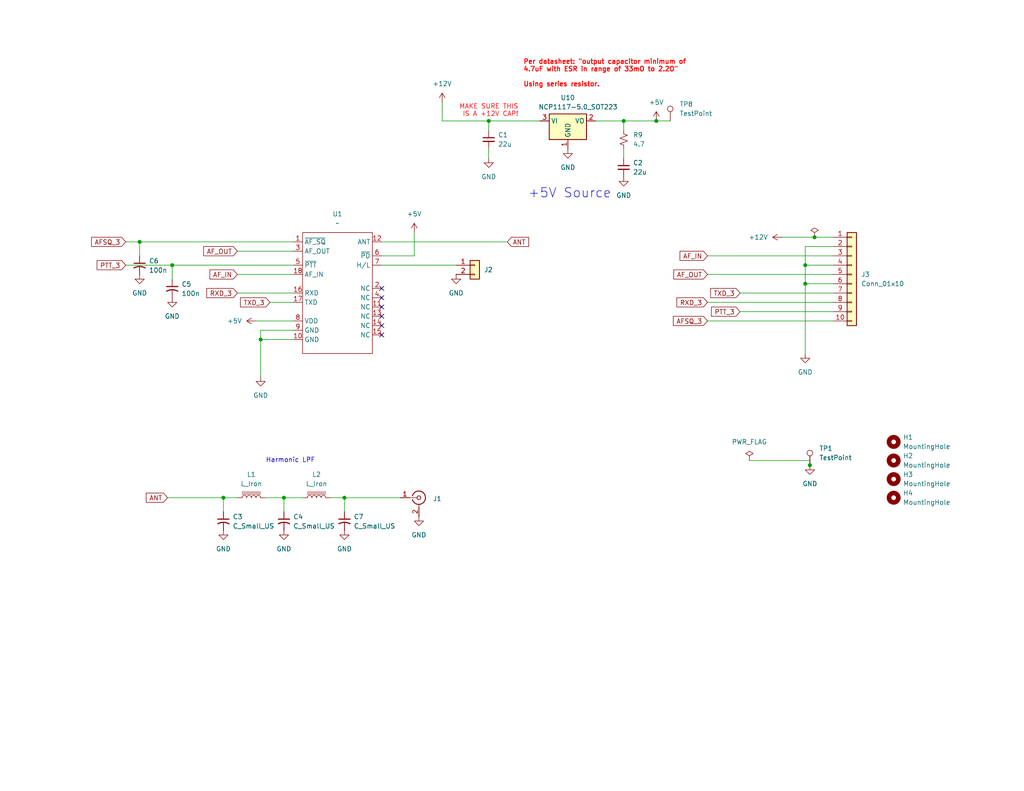
<source format=kicad_sch>
(kicad_sch (version 20250114) (generator "eeschema") (generator_version "9.0")
  (paper "USLetter")
  (title_block (title "SA818 Breakout") (date "2025-10-07") (rev "1") (company "Bruce MacKinnon KC1FSZ") (comment 1 "Copyright (C) 2025 - NOT FOR COMMERCIAL USE"))
  (lib_symbols
    (symbol "Connector:Conn_Coaxial" (pin_names (offset 1.016) (hide yes))
      (property "Reference" "J" (at 0.254 3.048 0))
      (property "Value" "Conn_Coaxial" (at 2.921 0 90))
      (symbol "Conn_Coaxial_0_1"
        (polyline (pts (xy -2.54 0) (xy -0.508 0)))
        (arc (start 1.778 0) (mid 0.222 -1.8079) (end -1.778 -0.508) (stroke (width 0.254)))
        (arc (start -1.778 0.508) (mid 0.2221 1.8084) (end 1.778 0) (stroke (width 0.254)))
        (circle (center 0 0) (radius 0.508) (stroke (width 0.2032)))
        (polyline (pts (xy 0 -2.54) (xy 0 -1.778)))
      )
      (symbol "Conn_Coaxial_1_1"
        (pin passive line (at -5.08 0 0) (length 2.54) (name "In") (number "1"))
        (pin passive line (at 0 -5.08 90) (length 2.54) (name "Ext") (number "2"))
      )
    )
    (symbol "Connector:TestPoint" (pin_numbers (hide yes)) (pin_names (offset 0.762) (hide yes))
      (property "Reference" "TP" (at 0 6.858 0))
      (property "Value" "TestPoint" (at 0 5.08 0))
      (symbol "TestPoint_0_1"
        (circle (center 0 3.302) (radius 0.762))
      )
      (symbol "TestPoint_1_1"
        (pin passive line (at 0 0 90) (length 2.54) (name "1") (number "1"))
      )
    )
    (symbol "Connector_Generic:Conn_01x02" (pin_names (offset 1.016) (hide yes))
      (property "Reference" "J" (at 0 2.54 0))
      (property "Value" "Conn_01x02" (at 0 -5.08 0))
      (symbol "Conn_01x02_1_1"
        (rectangle (start -1.27 1.27) (end 1.27 -3.81) (stroke (width 0.254)) (fill (type background)))
        (rectangle (start -1.27 0.127) (end 0 -0.127) (stroke (width 0.1524)))
        (rectangle (start -1.27 -2.413) (end 0 -2.667) (stroke (width 0.1524)))
        (pin passive line (at -5.08 0 0) (length 3.81) (name "Pin_1") (number "1"))
        (pin passive line (at -5.08 -2.54 0) (length 3.81) (name "Pin_2") (number "2"))
      )
    )
    (symbol "Connector_Generic:Conn_01x10" (pin_names (offset 1.016) (hide yes))
      (property "Reference" "J" (at 0 12.7 0))
      (property "Value" "Conn_01x10" (at 0 -15.24 0))
      (symbol "Conn_01x10_1_1"
        (rectangle (start -1.27 11.43) (end 1.27 -13.97) (stroke (width 0.254)) (fill (type background)))
        (rectangle (start -1.27 10.287) (end 0 10.033) (stroke (width 0.1524)))
        (rectangle (start -1.27 7.747) (end 0 7.493) (stroke (width 0.1524)))
        (rectangle (start -1.27 5.207) (end 0 4.953) (stroke (width 0.1524)))
        (rectangle (start -1.27 2.667) (end 0 2.413) (stroke (width 0.1524)))
        (rectangle (start -1.27 0.127) (end 0 -0.127) (stroke (width 0.1524)))
        (rectangle (start -1.27 -2.413) (end 0 -2.667) (stroke (width 0.1524)))
        (rectangle (start -1.27 -4.953) (end 0 -5.207) (stroke (width 0.1524)))
        (rectangle (start -1.27 -7.493) (end 0 -7.747) (stroke (width 0.1524)))
        (rectangle (start -1.27 -10.033) (end 0 -10.287) (stroke (width 0.1524)))
        (rectangle (start -1.27 -12.573) (end 0 -12.827) (stroke (width 0.1524)))
        (pin passive line (at -5.08 10.16 0) (length 3.81) (name "Pin_1") (number "1"))
        (pin passive line (at -5.08 7.62 0) (length 3.81) (name "Pin_2") (number "2"))
        (pin passive line (at -5.08 5.08 0) (length 3.81) (name "Pin_3") (number "3"))
        (pin passive line (at -5.08 2.54 0) (length 3.81) (name "Pin_4") (number "4"))
        (pin passive line (at -5.08 0 0) (length 3.81) (name "Pin_5") (number "5"))
        (pin passive line (at -5.08 -2.54 0) (length 3.81) (name "Pin_6") (number "6"))
        (pin passive line (at -5.08 -5.08 0) (length 3.81) (name "Pin_7") (number "7"))
        (pin passive line (at -5.08 -7.62 0) (length 3.81) (name "Pin_8") (number "8"))
        (pin passive line (at -5.08 -10.16 0) (length 3.81) (name "Pin_9") (number "9"))
        (pin passive line (at -5.08 -12.7 0) (length 3.81) (name "Pin_10") (number "10"))
      )
    )
    (symbol "Device:C_Small" (pin_numbers (hide yes)) (pin_names (offset 0.254) (hide yes))
      (property "Reference" "C" (at 0.254 1.778 0))
      (property "Value" "C_Small" (at 0.254 -2.032 0))
      (symbol "C_Small_0_1"
        (polyline (pts (xy -1.524 0.508) (xy 1.524 0.508)) (stroke (width 0.3048)))
        (polyline (pts (xy -1.524 -0.508) (xy 1.524 -0.508)) (stroke (width 0.3302)))
      )
      (symbol "C_Small_1_1"
        (pin passive line (at 0 2.54 270) (length 2.032) (name "~") (number "1"))
        (pin passive line (at 0 -2.54 90) (length 2.032) (name "~") (number "2"))
      )
    )
    (symbol "Device:C_Small_US" (pin_numbers (hide yes)) (pin_names (offset 0.254) (hide yes))
      (property "Reference" "C" (at 0.254 1.778 0))
      (property "Value" "C_Small_US" (at 0.254 -2.032 0))
      (symbol "C_Small_US_0_1"
        (polyline (pts (xy -1.524 0.508) (xy 1.524 0.508)) (stroke (width 0.3048)))
        (arc (start -1.524 -0.762) (mid 0 -0.3734) (end 1.524 -0.762) (stroke (width 0.3048)))
      )
      (symbol "C_Small_US_1_1"
        (pin passive line (at 0 2.54 270) (length 2.032) (name "~") (number "1"))
        (pin passive line (at 0 -2.54 90) (length 2.032) (name "~") (number "2"))
      )
    )
    (symbol "Device:L_Iron" (pin_numbers (hide yes)) (pin_names (offset 1.016) (hide yes))
      (property "Reference" "L" (at -1.27 0 90))
      (property "Value" "L_Iron" (at 2.794 0 90))
      (symbol "L_Iron_0_1"
        (arc (start 0 2.54) (mid 0.6323 1.905) (end 0 1.27))
        (arc (start 0 1.27) (mid 0.6323 0.635) (end 0 0))
        (arc (start 0 0) (mid 0.6323 -0.635) (end 0 -1.27))
        (arc (start 0 -1.27) (mid 0.6323 -1.905) (end 0 -2.54))
        (polyline (pts (xy 1.016 2.54) (xy 1.016 -2.54)))
        (polyline (pts (xy 1.524 -2.54) (xy 1.524 2.54)))
      )
      (symbol "L_Iron_1_1"
        (pin passive line (at 0 3.81 270) (length 1.27) (name "1") (number "1"))
        (pin passive line (at 0 -3.81 90) (length 1.27) (name "2") (number "2"))
      )
    )
    (symbol "Device:R_Small_US" (pin_numbers (hide yes)) (pin_names (offset 0.254) (hide yes))
      (property "Reference" "R" (at 0.762 0.508 0))
      (property "Value" "R_Small_US" (at 0.762 -1.016 0))
      (symbol "R_Small_US_1_1"
        (polyline (pts (xy 0 1.524) (xy 1.016 1.143) (xy 0 0.762) (xy -1.016 0.381) (xy 0 0)))
        (polyline (pts (xy 0 0) (xy 1.016 -0.381) (xy 0 -0.762) (xy -1.016 -1.143) (xy 0 -1.524)))
        (pin passive line (at 0 2.54 270) (length 1.016) (name "~") (number "1"))
        (pin passive line (at 0 -2.54 90) (length 1.016) (name "~") (number "2"))
      )
    )
    (symbol "Mechanical:MountingHole" (pin_names (offset 1.016)) (in_bom no)
      (property "Reference" "H" (at 0 5.08 0))
      (property "Value" "MountingHole" (at 0 3.175 0))
      (symbol "MountingHole_0_1"
        (circle (center 0 0) (radius 1.27) (stroke (width 1.27)))
      )
    )
    (symbol "Regulator_Linear:NCP1117-5.0_SOT223"
      (property "Reference" "U" (at -3.81 3.175 0))
      (property "Value" "NCP1117-5.0_SOT223" (at 0 3.175 0))
      (symbol "NCP1117-5.0_SOT223_0_1"
        (rectangle (start -5.08 -5.08) (end 5.08 1.905) (stroke (width 0.254)) (fill (type background)))
      )
      (symbol "NCP1117-5.0_SOT223_1_1"
        (pin power_in line (at -7.62 0 0) (length 2.54) (name "VI") (number "3"))
        (pin power_in line (at 0 -7.62 90) (length 2.54) (name "GND") (number "1"))
        (pin power_out line (at 7.62 0 180) (length 2.54) (name "VO") (number "2"))
      )
    )
    (symbol "power:+12V" (power) (pin_numbers (hide yes)) (pin_names (offset 0) (hide yes))
      (property "Value" "+12V" (at 0 3.556 0))
      (symbol "+12V_0_1"
        (polyline (pts (xy -0.762 1.27) (xy 0 2.54)))
        (polyline (pts (xy 0 2.54) (xy 0.762 1.27)))
        (polyline (pts (xy 0 0) (xy 0 2.54)))
      )
      (symbol "+12V_1_1"
        (pin power_in line (at 0 0 90) (length 0) (name "~") (number "1"))
      )
    )
    (symbol "power:+5V" (power) (pin_numbers (hide yes)) (pin_names (offset 0) (hide yes))
      (property "Value" "+5V" (at 0 3.556 0))
      (symbol "+5V_0_1"
        (polyline (pts (xy -0.762 1.27) (xy 0 2.54)))
        (polyline (pts (xy 0 2.54) (xy 0.762 1.27)))
        (polyline (pts (xy 0 0) (xy 0 2.54)))
      )
      (symbol "+5V_1_1"
        (pin power_in line (at 0 0 90) (length 0) (name "~") (number "1"))
      )
    )
    (symbol "power:GND" (power) (pin_numbers (hide yes)) (pin_names (offset 0) (hide yes))
      (property "Value" "GND" (at 0 -3.81 0))
      (symbol "GND_0_1"
        (polyline (pts (xy 0 0) (xy 0 -1.27) (xy 1.27 -1.27) (xy 0 -2.54) (xy -1.27 -1.27) (xy 0 -1.27)))
      )
      (symbol "GND_1_1"
        (pin power_in line (at 0 0 270) (length 0) (name "~") (number "1"))
      )
    )
    (symbol "power:PWR_FLAG" (power) (pin_numbers (hide yes)) (pin_names (offset 0) (hide yes))
      (property "Value" "PWR_FLAG" (at 0 3.81 0))
      (symbol "PWR_FLAG_0_0"
        (pin power_out line (at 0 0 90) (length 0) (name "~") (number "1"))
      )
      (symbol "PWR_FLAG_0_1"
        (polyline (pts (xy 0 0) (xy 0 1.27) (xy -1.016 1.905) (xy 0 2.54) (xy 1.016 1.905) (xy 0 1.27)))
      )
    )
    (symbol "symbol-library-1:SA818"
      (property "Reference" "U" (at 0 -6.35 0))
      (symbol "SA818_0_1"
        (rectangle (start -10.16 10.16) (end 8.89 -22.86))
      )
      (symbol "SA818_1_1"
        (pin output line (at -12.7 7.62 0) (length 2.54) (name "~{AF_SQ}") (number "1"))
        (pin output line (at -12.7 5.08 0) (length 2.54) (name "AF_OUT") (number "3"))
        (pin input line (at -12.7 1.27 0) (length 2.54) (name "~{PTT}") (number "5"))
        (pin input line (at -12.7 -1.27 0) (length 2.54) (name "AF_IN") (number "18"))
        (pin input line (at -12.7 -6.35 0) (length 2.54) (name "RXD") (number "16"))
        (pin output line (at -12.7 -8.89 0) (length 2.54) (name "TXD") (number "17"))
        (pin power_in line (at -12.7 -13.97 0) (length 2.54) (name "VDD") (number "8"))
        (pin power_in line (at -12.7 -16.51 0) (length 2.54) (name "GND") (number "9"))
        (pin power_in line (at -12.7 -19.05 0) (length 2.54) (name "GND") (number "10"))
        (pin passive line (at 11.43 7.62 180) (length 2.54) (name "ANT") (number "12"))
        (pin input line (at 11.43 3.81 180) (length 2.54) (name "~{PD}") (number "6"))
        (pin input line (at 11.43 1.27 180) (length 2.54) (name "H/L") (number "7"))
        (pin no_connect line (at 11.43 -5.08 180) (length 2.54) (name "NC") (number "2"))
        (pin no_connect line (at 11.43 -7.62 180) (length 2.54) (name "NC") (number "4"))
        (pin no_connect line (at 11.43 -10.16 180) (length 2.54) (name "NC") (number "11"))
        (pin no_connect line (at 11.43 -12.7 180) (length 2.54) (name "NC") (number "13"))
        (pin no_connect line (at 11.43 -15.24 180) (length 2.54) (name "NC") (number "14"))
        (pin no_connect line (at 11.43 -17.78 180) (length 2.54) (name "NC") (number "15"))
      )
    )
  )
  (text "+5V Source" (at 155.448 52.832 0) (effects (font (size 2.54 2.54))))
  (text "MAKE SURE THIS \nIS A +12V CAP!" (at 133.858 30.226 0) (effects (font (size 1.27 1.27))))
  (text "Harmonic LPF" (at 79.248 125.73 0) (effects (font (size 1.27 1.27))))
  (text "Per datasheet: \"output capacitor minimum of \n4.7uF with ESR in range of 33mO to 2.2O\"\n\nUsing series resistor." (at 142.748 23.876 0) (effects (font (size 1.27 1.27) (thickness 0.254) (bold yes)) (justify left bottom)))
  (junction (at 46.99 72.39))
  (junction (at 219.71 77.47))
  (junction (at 60.96 135.89))
  (junction (at 222.25 64.77))
  (junction (at 71.12 92.71))
  (junction (at 179.07 33.02))
  (junction (at 38.1 66.04))
  (junction (at 77.47 135.89))
  (junction (at 219.71 72.39))
  (junction (at 220.98 127))
  (junction (at 133.35 33.02))
  (junction (at 170.18 33.02))
  (junction (at 93.98 135.89))
  (no_connect (at 104.14 91.44))
  (no_connect (at 104.14 86.36))
  (no_connect (at 104.14 83.82))
  (no_connect (at 104.14 81.28))
  (no_connect (at 104.14 88.9))
  (no_connect (at 104.14 78.74))
  (wire (pts (xy 162.56 33.02) (xy 170.18 33.02)))
  (wire (pts (xy 219.71 72.39) (xy 219.71 77.47)))
  (wire (pts (xy 179.07 33.02) (xy 182.88 33.02)))
  (wire (pts (xy 193.04 69.85) (xy 227.33 69.85)))
  (wire (pts (xy 93.98 135.89) (xy 109.22 135.89)))
  (wire (pts (xy 201.93 80.01) (xy 227.33 80.01)))
  (wire (pts (xy 104.14 72.39) (xy 124.46 72.39)))
  (wire (pts (xy 133.35 35.56) (xy 133.35 33.02)))
  (wire (pts (xy 213.36 64.77) (xy 222.25 64.77)))
  (wire (pts (xy 38.1 66.04) (xy 80.01 66.04)))
  (wire (pts (xy 170.18 33.02) (xy 170.18 35.56)))
  (wire (pts (xy 45.72 135.89) (xy 60.96 135.89)))
  (wire (pts (xy 80.01 90.17) (xy 71.12 90.17)))
  (wire (pts (xy 193.04 74.93) (xy 227.33 74.93)))
  (wire (pts (xy 222.25 64.77) (xy 227.33 64.77)))
  (wire (pts (xy 77.47 135.89) (xy 82.55 135.89)))
  (wire (pts (xy 227.33 67.31) (xy 219.71 67.31)))
  (wire (pts (xy 64.77 80.01) (xy 80.01 80.01)))
  (wire (pts (xy 219.71 77.47) (xy 219.71 96.52)))
  (wire (pts (xy 227.33 72.39) (xy 219.71 72.39)))
  (wire (pts (xy 71.12 90.17) (xy 71.12 92.71)))
  (wire (pts (xy 60.96 139.7) (xy 60.96 135.89)))
  (wire (pts (xy 72.39 135.89) (xy 77.47 135.89)))
  (wire (pts (xy 71.12 92.71) (xy 71.12 102.87)))
  (wire (pts (xy 104.14 69.85) (xy 113.03 69.85)))
  (wire (pts (xy 93.98 135.89) (xy 93.98 139.7)))
  (wire (pts (xy 64.77 74.93) (xy 80.01 74.93)))
  (wire (pts (xy 60.96 135.89) (xy 64.77 135.89)))
  (wire (pts (xy 193.04 87.63) (xy 227.33 87.63)))
  (wire (pts (xy 204.47 125.73) (xy 220.98 125.73)))
  (wire (pts (xy 90.17 135.89) (xy 93.98 135.89)))
  (wire (pts (xy 133.35 40.64) (xy 133.35 43.18)))
  (wire (pts (xy 219.71 67.31) (xy 219.71 72.39)))
  (wire (pts (xy 193.04 82.55) (xy 227.33 82.55)))
  (wire (pts (xy 113.03 63.5) (xy 113.03 69.85)))
  (wire (pts (xy 73.66 82.55) (xy 80.01 82.55)))
  (wire (pts (xy 34.29 72.39) (xy 46.99 72.39)))
  (wire (pts (xy 170.18 40.64) (xy 170.18 43.18)))
  (wire (pts (xy 38.1 66.04) (xy 38.1 69.85)))
  (wire (pts (xy 77.47 135.89) (xy 77.47 139.7)))
  (wire (pts (xy 220.98 125.73) (xy 220.98 127)))
  (wire (pts (xy 133.35 33.02) (xy 147.32 33.02)))
  (wire (pts (xy 219.71 77.47) (xy 227.33 77.47)))
  (wire (pts (xy 64.77 68.58) (xy 80.01 68.58)))
  (wire (pts (xy 71.12 92.71) (xy 80.01 92.71)))
  (wire (pts (xy 120.65 33.02) (xy 133.35 33.02)))
  (wire (pts (xy 120.65 27.94) (xy 120.65 33.02)))
  (wire (pts (xy 104.14 66.04) (xy 138.43 66.04)))
  (wire (pts (xy 34.29 66.04) (xy 38.1 66.04)))
  (wire (pts (xy 201.93 85.09) (xy 227.33 85.09)))
  (wire (pts (xy 46.99 72.39) (xy 46.99 76.2)))
  (wire (pts (xy 46.99 72.39) (xy 80.01 72.39)))
  (wire (pts (xy 170.18 33.02) (xy 179.07 33.02)))
  (wire (pts (xy 69.85 87.63) (xy 80.01 87.63)))
  (global_label "AF_OUT" (shape input) (at 64.77 68.58 180) (property "Intersheetrefs" "${INTERSHEET_REFS}" (effects (hide yes))))
  (global_label "RXD_3" (shape input) (at 193.04 82.55 180) (property "Intersheetrefs" "${INTERSHEET_REFS}" (effects (hide yes))))
  (global_label "TXD_3" (shape input) (at 201.93 80.01 180) (property "Intersheetrefs" "${INTERSHEET_REFS}" (effects (hide yes))))
  (global_label "PTT_3" (shape input) (at 201.93 85.09 180) (property "Intersheetrefs" "${INTERSHEET_REFS}" (effects (hide yes))))
  (global_label "AF_IN" (shape input) (at 193.04 69.85 180) (property "Intersheetrefs" "${INTERSHEET_REFS}" (effects (hide yes))))
  (global_label "AF_IN" (shape input) (at 64.77 74.93 180) (property "Intersheetrefs" "${INTERSHEET_REFS}" (effects (hide yes))))
  (global_label "TXD_3" (shape input) (at 73.66 82.55 180) (property "Intersheetrefs" "${INTERSHEET_REFS}" (effects (hide yes))))
  (global_label "PTT_3" (shape input) (at 34.29 72.39 180) (property "Intersheetrefs" "${INTERSHEET_REFS}" (effects (hide yes))))
  (global_label "ANT" (shape input) (at 138.43 66.04 0) (property "Intersheetrefs" "${INTERSHEET_REFS}" (effects (hide yes))))
  (global_label "AF_OUT" (shape input) (at 193.04 74.93 180) (property "Intersheetrefs" "${INTERSHEET_REFS}" (effects (hide yes))))
  (global_label "ANT" (shape input) (at 45.72 135.89 180) (property "Intersheetrefs" "${INTERSHEET_REFS}" (effects (hide yes))))
  (global_label "AFSQ_3" (shape input) (at 193.04 87.63 180) (property "Intersheetrefs" "${INTERSHEET_REFS}" (effects (hide yes))))
  (global_label "AFSQ_3" (shape input) (at 34.29 66.04 180) (property "Intersheetrefs" "${INTERSHEET_REFS}" (effects (hide yes))))
  (global_label "RXD_3" (shape input) (at 64.77 80.01 180) (property "Intersheetrefs" "${INTERSHEET_REFS}" (effects (hide yes))))
  (symbol (lib_id "Connector:TestPoint") (at 220.98 127 0) (unit 1) (in_bom no)
    (property "Reference" "TP1" (at 223.52 122.4279 0) (effects (justify left)))
    (property "Value" "TestPoint" (at 223.52 124.9679 0) (effects (justify left)))
    (property "Footprint" "TestPoint:TestPoint_Pad_2.5x2.5mm" (effects (hide yes)))
    (property "Description" "test point" (effects (hide yes)))
  )
  (symbol (lib_id "power:GND") (at 170.18 48.26 0) (unit 1)
    (property "Reference" "#PWR096" (effects (hide yes)))
    (property "Value" "GND" (at 170.18 53.34 0))
    (property "Description" "Power symbol creates a global label with name \"GND\" , ground" (effects (hide yes)))
  )
  (symbol (lib_id "Mechanical:MountingHole") (at 243.84 125.73 0) (unit 1) (in_bom no)
    (property "Reference" "H2" (at 246.38 124.4599 0) (effects (justify left)))
    (property "Value" "MountingHole" (at 246.38 126.9999 0) (effects (justify left)))
    (property "Footprint" "MountingHole:MountingHole_4mm" (effects (hide yes)))
    (property "Description" "Mounting Hole without connection" (effects (hide yes)))
  )
  (symbol (lib_id "power:GND") (at 38.1 74.93 0) (unit 1)
    (property "Reference" "#PWR018" (effects (hide yes)))
    (property "Value" "GND" (at 38.1 80.01 0))
    (property "Description" "Power symbol creates a global label with name \"GND\" , ground" (effects (hide yes)))
  )
  (symbol (lib_id "power:GND") (at 124.46 74.93 0) (unit 1)
    (property "Reference" "#PWR010" (effects (hide yes)))
    (property "Value" "GND" (at 124.46 80.01 0))
    (property "Description" "Power symbol creates a global label with name \"GND\" , ground" (effects (hide yes)))
  )
  (symbol (lib_id "power:GND") (at 220.98 127 0) (unit 1)
    (property "Reference" "#PWR019" (effects (hide yes)))
    (property "Value" "GND" (at 220.98 132.08 0))
    (property "Description" "Power symbol creates a global label with name \"GND\" , ground" (effects (hide yes)))
  )
  (symbol (lib_id "symbol-library-1:SA818") (at 92.71 73.66 0) (unit 1)
    (property "Reference" "U1" (at 92.075 58.42 0))
    (property "Value" "~" (at 92.075 60.96 0))
    (property "Footprint" "bruce-footprints:SA818" (effects (hide yes)))
  )
  (symbol (lib_id "Device:C_Small_US") (at 60.96 142.24 0) (unit 1)
    (property "Reference" "C3" (at 63.5 141.0969 0) (effects (justify left)))
    (property "Value" "C_Small_US" (at 63.5 143.6369 0) (effects (justify left)))
    (property "Footprint" "Capacitor_SMD:C_0805_2012Metric_Pad1.18x1.45mm_HandSolder" (effects (hide yes)))
    (property "Description" "capacitor, small US symbol" (effects (hide yes)))
  )
  (symbol (lib_id "power:GND") (at 77.47 144.78 0) (unit 1)
    (property "Reference" "#PWR03" (effects (hide yes)))
    (property "Value" "GND" (at 77.47 149.86 0))
    (property "Description" "Power symbol creates a global label with name \"GND\" , ground" (effects (hide yes)))
  )
  (symbol (lib_id "Device:C_Small_US") (at 93.98 142.24 0) (unit 1)
    (property "Reference" "C7" (at 96.52 141.0969 0) (effects (justify left)))
    (property "Value" "C_Small_US" (at 96.52 143.6369 0) (effects (justify left)))
    (property "Footprint" "Capacitor_SMD:C_0805_2012Metric_Pad1.18x1.45mm_HandSolder" (effects (hide yes)))
    (property "Description" "capacitor, small US symbol" (effects (hide yes)))
  )
  (symbol (lib_id "Device:C_Small") (at 133.35 38.1 0) (unit 1)
    (property "Reference" "C1" (at 135.89 36.8362 0) (effects (justify left)))
    (property "Value" "22u" (at 135.89 39.3762 0) (effects (justify left)))
    (property "Footprint" "Capacitor_SMD:C_0805_2012Metric_Pad1.18x1.45mm_HandSolder" (effects (hide yes)))
    (property "Description" "Unpolarized capacitor, small symbol" (effects (hide yes)))
  )
  (symbol (lib_id "Connector_Generic:Conn_01x10") (at 232.41 74.93 0) (unit 1)
    (property "Reference" "J3" (at 234.95 74.9299 0) (effects (justify left)))
    (property "Value" "Conn_01x10" (at 234.95 77.4699 0) (effects (justify left)))
    (property "Footprint" "Connector_PinHeader_2.54mm:PinHeader_1x10_P2.54mm_Vertical" (effects (hide yes)))
    (property "Description" "Generic connector, single row, 01x10, script generated (kicad-library-utils/schlib/autogen/connector/)" (effects (hide yes)))
  )
  (symbol (lib_id "Device:C_Small_US") (at 46.99 78.74 0) (unit 1)
    (property "Reference" "C5" (at 49.53 77.5969 0) (effects (justify left)))
    (property "Value" "100n" (at 49.53 80.1369 0) (effects (justify left)))
    (property "Footprint" "Capacitor_SMD:C_0805_2012Metric_Pad1.18x1.45mm_HandSolder" (effects (hide yes)))
    (property "Description" "capacitor, small US symbol" (effects (hide yes)))
  )
  (symbol (lib_id "power:GND") (at 46.99 81.28 0) (unit 1)
    (property "Reference" "#PWR017" (effects (hide yes)))
    (property "Value" "GND" (at 46.99 86.36 0))
    (property "Description" "Power symbol creates a global label with name \"GND\" , ground" (effects (hide yes)))
  )
  (symbol (lib_id "power:GND") (at 219.71 96.52 0) (unit 1)
    (property "Reference" "#PWR016" (effects (hide yes)))
    (property "Value" "GND" (at 219.71 101.6 0))
    (property "Description" "Power symbol creates a global label with name \"GND\" , ground" (effects (hide yes)))
  )
  (symbol (lib_id "Device:C_Small_US") (at 38.1 72.39 0) (unit 1)
    (property "Reference" "C6" (at 40.64 71.2469 0) (effects (justify left)))
    (property "Value" "100n" (at 40.64 73.7869 0) (effects (justify left)))
    (property "Footprint" "Capacitor_SMD:C_0805_2012Metric_Pad1.18x1.45mm_HandSolder" (effects (hide yes)))
    (property "Description" "capacitor, small US symbol" (effects (hide yes)))
  )
  (symbol (lib_id "Device:L_Iron") (at 86.36 135.89 90) (unit 1)
    (property "Reference" "L2" (at 86.36 129.54 90))
    (property "Value" "L_Iron" (at 86.36 132.08 90))
    (property "Footprint" "Inductor_THT:L_Axial_L6.6mm_D2.7mm_P10.16mm_Horizontal_Vishay_IM-2" (effects (hide yes)))
    (property "Description" "Inductor with iron core" (effects (hide yes)))
  )
  (symbol (lib_id "Connector:Conn_Coaxial") (at 114.3 135.89 0) (unit 1)
    (property "Reference" "J1" (at 118.11 136.1831 0) (effects (justify left)))
    (property "Value" "Conn_Coaxial" (effects (hide yes)))
    (property "Footprint" "bruce-footprints:SMA_Amphenol_901-144_Vertical" (effects (hide yes)))
    (property "Description" "coaxial connector (BNC, SMA, SMB, SMC, Cinch/RCA, LEMO, ...)" (effects (hide yes)))
  )
  (symbol (lib_id "power:+5V") (at 113.03 63.5 0) (unit 1)
    (property "Reference" "#PWR012" (effects (hide yes)))
    (property "Value" "+5V" (at 113.03 58.42 0))
    (property "Description" "Power symbol creates a global label with name \"+5V\"" (effects (hide yes)))
  )
  (symbol (lib_id "power:GND") (at 71.12 102.87 0) (unit 1)
    (property "Reference" "#PWR01" (effects (hide yes)))
    (property "Value" "GND" (at 71.12 107.95 0))
    (property "Description" "Power symbol creates a global label with name \"GND\" , ground" (effects (hide yes)))
  )
  (symbol (lib_id "power:GND") (at 133.35 43.18 0) (unit 1)
    (property "Reference" "#PWR091" (effects (hide yes)))
    (property "Value" "GND" (at 133.35 48.26 0))
    (property "Description" "Power symbol creates a global label with name \"GND\" , ground" (effects (hide yes)))
  )
  (symbol (lib_id "power:GND") (at 154.94 40.64 0) (unit 1)
    (property "Reference" "#PWR094" (effects (hide yes)))
    (property "Value" "GND" (at 154.94 45.72 0))
    (property "Description" "Power symbol creates a global label with name \"GND\" , ground" (effects (hide yes)))
  )
  (symbol (lib_id "power:GND") (at 114.3 140.97 0) (unit 1)
    (property "Reference" "#PWR011" (effects (hide yes)))
    (property "Value" "GND" (at 114.3 146.05 0))
    (property "Description" "Power symbol creates a global label with name \"GND\" , ground" (effects (hide yes)))
  )
  (symbol (lib_id "Regulator_Linear:NCP1117-5.0_SOT223") (at 154.94 33.02 0) (unit 1) (in_bom no)
    (property "Reference" "U10" (at 154.94 26.67 0))
    (property "Value" "NCP1117-5.0_SOT223" (at 157.734 29.21 0))
    (property "Footprint" "Package_TO_SOT_SMD:SOT-223-3_TabPin2" (effects (hide yes)))
    (property "Datasheet" "http://www.onsemi.com/pub_link/Collateral/NCP1117-D.PDF" (effects (hide yes)))
    (property "Description" "1A Low drop-out regulator, Fixed Output 5V, SOT-223" (effects (hide yes)))
  )
  (symbol (lib_id "power:PWR_FLAG") (at 204.47 125.73 0) (unit 1)
    (property "Reference" "#FLG01" (effects (hide yes)))
    (property "Value" "PWR_FLAG" (at 204.47 120.65 0))
    (property "Description" "Special symbol for telling ERC where power comes from" (effects (hide yes)))
  )
  (symbol (lib_id "Device:C_Small") (at 170.18 45.72 0) (unit 1)
    (property "Reference" "C2" (at 172.72 44.4562 0) (effects (justify left)))
    (property "Value" "22u" (at 172.72 46.9962 0) (effects (justify left)))
    (property "Footprint" "Capacitor_SMD:C_0805_2012Metric_Pad1.18x1.45mm_HandSolder" (effects (hide yes)))
    (property "Description" "Unpolarized capacitor, small symbol" (effects (hide yes)))
  )
  (symbol (lib_id "power:+12V") (at 120.65 27.94 0) (unit 1)
    (property "Reference" "#PWR086" (effects (hide yes)))
    (property "Value" "+12V" (at 120.65 22.86 0))
    (property "Description" "Power symbol creates a global label with name \"+12V\"" (effects (hide yes)))
  )
  (symbol (lib_id "Connector:TestPoint") (at 182.88 33.02 0) (unit 1) (in_bom no)
    (property "Reference" "TP8" (at 185.42 28.4479 0) (effects (justify left)))
    (property "Value" "TestPoint" (at 185.42 30.9879 0) (effects (justify left)))
    (property "Footprint" "TestPoint:TestPoint_Pad_2.5x2.5mm" (effects (hide yes)))
    (property "Description" "test point" (effects (hide yes)))
  )
  (symbol (lib_id "power:+12V") (at 213.36 64.77 90) (unit 1)
    (property "Reference" "#PWR015" (effects (hide yes)))
    (property "Value" "+12V" (at 209.55 64.7699 90) (effects (justify left)))
    (property "Description" "Power symbol creates a global label with name \"+12V\"" (effects (hide yes)))
  )
  (symbol (lib_id "power:GND") (at 60.96 144.78 0) (unit 1)
    (property "Reference" "#PWR02" (effects (hide yes)))
    (property "Value" "GND" (at 60.96 149.86 0))
    (property "Description" "Power symbol creates a global label with name \"GND\" , ground" (effects (hide yes)))
  )
  (symbol (lib_id "Connector_Generic:Conn_01x02") (at 129.54 72.39 0) (unit 1)
    (property "Reference" "J2" (at 132.08 73.6599 0) (effects (justify left)))
    (property "Value" "Conn_01x02" (effects (hide yes)))
    (property "Footprint" "Connector_PinHeader_2.54mm:PinHeader_1x02_P2.54mm_Vertical" (effects (hide yes)))
    (property "Description" "Generic connector, single row, 01x02, script generated (kicad-library-utils/schlib/autogen/connector/)" (effects (hide yes)))
  )
  (symbol (lib_id "Mechanical:MountingHole") (at 243.84 135.89 0) (unit 1) (in_bom no)
    (property "Reference" "H4" (at 246.38 134.6199 0) (effects (justify left)))
    (property "Value" "MountingHole" (at 246.38 137.1599 0) (effects (justify left)))
    (property "Footprint" "MountingHole:MountingHole_4mm" (effects (hide yes)))
    (property "Description" "Mounting Hole without connection" (effects (hide yes)))
  )
  (symbol (lib_id "Mechanical:MountingHole") (at 243.84 130.81 0) (unit 1) (in_bom no)
    (property "Reference" "H3" (at 246.38 129.5399 0) (effects (justify left)))
    (property "Value" "MountingHole" (at 246.38 132.0799 0) (effects (justify left)))
    (property "Footprint" "MountingHole:MountingHole_4mm" (effects (hide yes)))
    (property "Description" "Mounting Hole without connection" (effects (hide yes)))
  )
  (symbol (lib_id "Device:L_Iron") (at 68.58 135.89 90) (unit 1)
    (property "Reference" "L1" (at 68.58 129.54 90))
    (property "Value" "L_Iron" (at 68.58 132.08 90))
    (property "Footprint" "Inductor_THT:L_Axial_L6.6mm_D2.7mm_P10.16mm_Horizontal_Vishay_IM-2" (effects (hide yes)))
    (property "Description" "Inductor with iron core" (effects (hide yes)))
  )
  (symbol (lib_id "power:+5V") (at 179.07 33.02 0) (unit 1)
    (property "Reference" "#PWR0100" (effects (hide yes)))
    (property "Value" "+5V" (at 179.07 27.94 0))
    (property "Description" "Power symbol creates a global label with name \"+5V\"" (effects (hide yes)))
  )
  (symbol (lib_id "power:GND") (at 93.98 144.78 0) (unit 1)
    (property "Reference" "#PWR04" (effects (hide yes)))
    (property "Value" "GND" (at 93.98 149.86 0))
    (property "Description" "Power symbol creates a global label with name \"GND\" , ground" (effects (hide yes)))
  )
  (symbol (lib_id "Mechanical:MountingHole") (at 243.84 120.65 0) (unit 1) (in_bom no)
    (property "Reference" "H1" (at 246.38 119.3799 0) (effects (justify left)))
    (property "Value" "MountingHole" (at 246.38 121.9199 0) (effects (justify left)))
    (property "Footprint" "MountingHole:MountingHole_4mm" (effects (hide yes)))
    (property "Description" "Mounting Hole without connection" (effects (hide yes)))
  )
  (symbol (lib_id "power:+5V") (at 69.85 87.63 90) (unit 1)
    (property "Reference" "#PWR013" (effects (hide yes)))
    (property "Value" "+5V" (at 66.04 87.6299 90) (effects (justify left)))
    (property "Description" "Power symbol creates a global label with name \"+5V\"" (effects (hide yes)))
  )
  (symbol (lib_id "power:PWR_FLAG") (at 222.25 64.77 0) (unit 1)
    (property "Reference" "#FLG02" (effects (hide yes)))
    (property "Value" "PWR_FLAG" (effects (hide yes)))
    (property "Description" "Special symbol for telling ERC where power comes from" (effects (hide yes)))
  )
  (symbol (lib_id "Device:C_Small_US") (at 77.47 142.24 0) (unit 1)
    (property "Reference" "C4" (at 80.01 141.0969 0) (effects (justify left)))
    (property "Value" "C_Small_US" (at 80.01 143.6369 0) (effects (justify left)))
    (property "Footprint" "Capacitor_SMD:C_0805_2012Metric_Pad1.18x1.45mm_HandSolder" (effects (hide yes)))
    (property "Description" "capacitor, small US symbol" (effects (hide yes)))
  )
  (symbol (lib_id "Device:R_Small_US") (at 170.18 38.1 0) (unit 1)
    (property "Reference" "R9" (at 172.72 36.8299 0) (effects (justify left)))
    (property "Value" "4.7" (at 172.72 39.3699 0) (effects (justify left)))
    (property "Footprint" "Resistor_SMD:R_0805_2012Metric_Pad1.20x1.40mm_HandSolder" (effects (hide yes)))
    (property "Description" "Resistor, small US symbol" (effects (hide yes)))
  )
)
</source>
